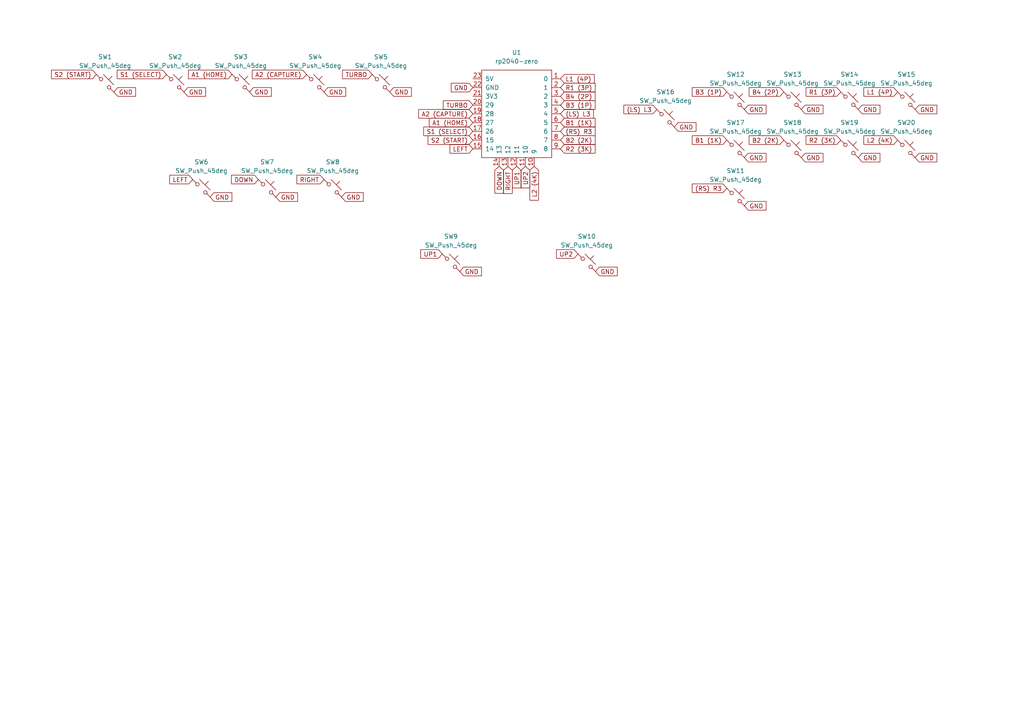
<source format=kicad_sch>
(kicad_sch
	(version 20231120)
	(generator "eeschema")
	(generator_version "8.0")
	(uuid "bcabddf8-aab0-4008-ade0-0508d757dc8d")
	(paper "A4")
	(lib_symbols
		(symbol "Switch:SW_Push_45deg"
			(pin_numbers hide)
			(pin_names
				(offset 1.016) hide)
			(exclude_from_sim no)
			(in_bom yes)
			(on_board yes)
			(property "Reference" "SW"
				(at 3.048 1.016 0)
				(effects
					(font
						(size 1.27 1.27)
					)
					(justify left)
				)
			)
			(property "Value" "SW_Push_45deg"
				(at 0 -3.81 0)
				(effects
					(font
						(size 1.27 1.27)
					)
				)
			)
			(property "Footprint" ""
				(at 0 0 0)
				(effects
					(font
						(size 1.27 1.27)
					)
					(hide yes)
				)
			)
			(property "Datasheet" "~"
				(at 0 0 0)
				(effects
					(font
						(size 1.27 1.27)
					)
					(hide yes)
				)
			)
			(property "Description" "Push button switch, normally open, two pins, 45° tilted"
				(at 0 0 0)
				(effects
					(font
						(size 1.27 1.27)
					)
					(hide yes)
				)
			)
			(property "ki_keywords" "switch normally-open pushbutton push-button"
				(at 0 0 0)
				(effects
					(font
						(size 1.27 1.27)
					)
					(hide yes)
				)
			)
			(symbol "SW_Push_45deg_0_1"
				(circle
					(center -1.1684 1.1684)
					(radius 0.508)
					(stroke
						(width 0)
						(type default)
					)
					(fill
						(type none)
					)
				)
				(polyline
					(pts
						(xy -0.508 2.54) (xy 2.54 -0.508)
					)
					(stroke
						(width 0)
						(type default)
					)
					(fill
						(type none)
					)
				)
				(polyline
					(pts
						(xy 1.016 1.016) (xy 2.032 2.032)
					)
					(stroke
						(width 0)
						(type default)
					)
					(fill
						(type none)
					)
				)
				(polyline
					(pts
						(xy -2.54 2.54) (xy -1.524 1.524) (xy -1.524 1.524)
					)
					(stroke
						(width 0)
						(type default)
					)
					(fill
						(type none)
					)
				)
				(polyline
					(pts
						(xy 1.524 -1.524) (xy 2.54 -2.54) (xy 2.54 -2.54) (xy 2.54 -2.54)
					)
					(stroke
						(width 0)
						(type default)
					)
					(fill
						(type none)
					)
				)
				(circle
					(center 1.143 -1.1938)
					(radius 0.508)
					(stroke
						(width 0)
						(type default)
					)
					(fill
						(type none)
					)
				)
				(pin passive line
					(at -2.54 2.54 0)
					(length 0)
					(name "1"
						(effects
							(font
								(size 1.27 1.27)
							)
						)
					)
					(number "1"
						(effects
							(font
								(size 1.27 1.27)
							)
						)
					)
				)
				(pin passive line
					(at 2.54 -2.54 180)
					(length 0)
					(name "2"
						(effects
							(font
								(size 1.27 1.27)
							)
						)
					)
					(number "2"
						(effects
							(font
								(size 1.27 1.27)
							)
						)
					)
				)
			)
		)
		(symbol "mcu:rp2040-zero"
			(pin_names
				(offset 1.016)
			)
			(exclude_from_sim no)
			(in_bom yes)
			(on_board yes)
			(property "Reference" "U"
				(at 0 15.24 0)
				(effects
					(font
						(size 1.27 1.27)
					)
				)
			)
			(property "Value" "rp2040-zero"
				(at 0 12.7 0)
				(effects
					(font
						(size 1.27 1.27)
					)
				)
			)
			(property "Footprint" ""
				(at -8.89 5.08 0)
				(effects
					(font
						(size 1.27 1.27)
					)
					(hide yes)
				)
			)
			(property "Datasheet" ""
				(at -8.89 5.08 0)
				(effects
					(font
						(size 1.27 1.27)
					)
					(hide yes)
				)
			)
			(property "Description" ""
				(at 0 0 0)
				(effects
					(font
						(size 1.27 1.27)
					)
					(hide yes)
				)
			)
			(symbol "rp2040-zero_0_1"
				(rectangle
					(start -10.16 11.43)
					(end 10.16 -13.97)
					(stroke
						(width 0)
						(type default)
					)
					(fill
						(type none)
					)
				)
			)
			(symbol "rp2040-zero_1_1"
				(pin bidirectional line
					(at 12.7 8.89 180)
					(length 2.54)
					(name "0"
						(effects
							(font
								(size 1.27 1.27)
							)
						)
					)
					(number "1"
						(effects
							(font
								(size 1.27 1.27)
							)
						)
					)
				)
				(pin bidirectional line
					(at 5.08 -16.51 90)
					(length 2.54)
					(name "9"
						(effects
							(font
								(size 1.27 1.27)
							)
						)
					)
					(number "10"
						(effects
							(font
								(size 1.27 1.27)
							)
						)
					)
				)
				(pin bidirectional line
					(at 2.54 -16.51 90)
					(length 2.54)
					(name "10"
						(effects
							(font
								(size 1.27 1.27)
							)
						)
					)
					(number "11"
						(effects
							(font
								(size 1.27 1.27)
							)
						)
					)
				)
				(pin bidirectional line
					(at 0 -16.51 90)
					(length 2.54)
					(name "11"
						(effects
							(font
								(size 1.27 1.27)
							)
						)
					)
					(number "12"
						(effects
							(font
								(size 1.27 1.27)
							)
						)
					)
				)
				(pin bidirectional line
					(at -2.54 -16.51 90)
					(length 2.54)
					(name "12"
						(effects
							(font
								(size 1.27 1.27)
							)
						)
					)
					(number "13"
						(effects
							(font
								(size 1.27 1.27)
							)
						)
					)
				)
				(pin bidirectional line
					(at -5.08 -16.51 90)
					(length 2.54)
					(name "13"
						(effects
							(font
								(size 1.27 1.27)
							)
						)
					)
					(number "14"
						(effects
							(font
								(size 1.27 1.27)
							)
						)
					)
				)
				(pin bidirectional line
					(at -12.7 -11.43 0)
					(length 2.54)
					(name "14"
						(effects
							(font
								(size 1.27 1.27)
							)
						)
					)
					(number "15"
						(effects
							(font
								(size 1.27 1.27)
							)
						)
					)
				)
				(pin bidirectional line
					(at -12.7 -8.89 0)
					(length 2.54)
					(name "15"
						(effects
							(font
								(size 1.27 1.27)
							)
						)
					)
					(number "16"
						(effects
							(font
								(size 1.27 1.27)
							)
						)
					)
				)
				(pin bidirectional line
					(at -12.7 -6.35 0)
					(length 2.54)
					(name "26"
						(effects
							(font
								(size 1.27 1.27)
							)
						)
					)
					(number "17"
						(effects
							(font
								(size 1.27 1.27)
							)
						)
					)
				)
				(pin bidirectional line
					(at -12.7 -3.81 0)
					(length 2.54)
					(name "27"
						(effects
							(font
								(size 1.27 1.27)
							)
						)
					)
					(number "18"
						(effects
							(font
								(size 1.27 1.27)
							)
						)
					)
				)
				(pin bidirectional line
					(at -12.7 -1.27 0)
					(length 2.54)
					(name "28"
						(effects
							(font
								(size 1.27 1.27)
							)
						)
					)
					(number "19"
						(effects
							(font
								(size 1.27 1.27)
							)
						)
					)
				)
				(pin bidirectional line
					(at 12.7 6.35 180)
					(length 2.54)
					(name "1"
						(effects
							(font
								(size 1.27 1.27)
							)
						)
					)
					(number "2"
						(effects
							(font
								(size 1.27 1.27)
							)
						)
					)
				)
				(pin bidirectional line
					(at -12.7 1.27 0)
					(length 2.54)
					(name "29"
						(effects
							(font
								(size 1.27 1.27)
							)
						)
					)
					(number "20"
						(effects
							(font
								(size 1.27 1.27)
							)
						)
					)
				)
				(pin power_out line
					(at -12.7 3.81 0)
					(length 2.54)
					(name "3V3"
						(effects
							(font
								(size 1.27 1.27)
							)
						)
					)
					(number "21"
						(effects
							(font
								(size 1.27 1.27)
							)
						)
					)
				)
				(pin power_out line
					(at -12.7 6.35 0)
					(length 2.54)
					(name "GND"
						(effects
							(font
								(size 1.27 1.27)
							)
						)
					)
					(number "22"
						(effects
							(font
								(size 1.27 1.27)
							)
						)
					)
				)
				(pin power_out line
					(at -12.7 8.89 0)
					(length 2.54)
					(name "5V"
						(effects
							(font
								(size 1.27 1.27)
							)
						)
					)
					(number "23"
						(effects
							(font
								(size 1.27 1.27)
							)
						)
					)
				)
				(pin bidirectional line
					(at 12.7 3.81 180)
					(length 2.54)
					(name "2"
						(effects
							(font
								(size 1.27 1.27)
							)
						)
					)
					(number "3"
						(effects
							(font
								(size 1.27 1.27)
							)
						)
					)
				)
				(pin bidirectional line
					(at 12.7 1.27 180)
					(length 2.54)
					(name "3"
						(effects
							(font
								(size 1.27 1.27)
							)
						)
					)
					(number "4"
						(effects
							(font
								(size 1.27 1.27)
							)
						)
					)
				)
				(pin bidirectional line
					(at 12.7 -1.27 180)
					(length 2.54)
					(name "4"
						(effects
							(font
								(size 1.27 1.27)
							)
						)
					)
					(number "5"
						(effects
							(font
								(size 1.27 1.27)
							)
						)
					)
				)
				(pin bidirectional line
					(at 12.7 -3.81 180)
					(length 2.54)
					(name "5"
						(effects
							(font
								(size 1.27 1.27)
							)
						)
					)
					(number "6"
						(effects
							(font
								(size 1.27 1.27)
							)
						)
					)
				)
				(pin bidirectional line
					(at 12.7 -6.35 180)
					(length 2.54)
					(name "6"
						(effects
							(font
								(size 1.27 1.27)
							)
						)
					)
					(number "7"
						(effects
							(font
								(size 1.27 1.27)
							)
						)
					)
				)
				(pin bidirectional line
					(at 12.7 -8.89 180)
					(length 2.54)
					(name "7"
						(effects
							(font
								(size 1.27 1.27)
							)
						)
					)
					(number "8"
						(effects
							(font
								(size 1.27 1.27)
							)
						)
					)
				)
				(pin bidirectional line
					(at 12.7 -11.43 180)
					(length 2.54)
					(name "8"
						(effects
							(font
								(size 1.27 1.27)
							)
						)
					)
					(number "9"
						(effects
							(font
								(size 1.27 1.27)
							)
						)
					)
				)
			)
		)
	)
	(global_label "GND"
		(shape input)
		(at 215.9 31.75 0)
		(fields_autoplaced yes)
		(effects
			(font
				(size 1.27 1.27)
			)
			(justify left)
		)
		(uuid "058b60c8-960d-4e43-8362-046b554c9428")
		(property "Intersheetrefs" "${INTERSHEET_REFS}"
			(at 222.6763 31.75 0)
			(effects
				(font
					(size 1.27 1.27)
				)
				(justify left)
				(hide yes)
			)
		)
	)
	(global_label "GND"
		(shape input)
		(at 248.92 45.72 0)
		(fields_autoplaced yes)
		(effects
			(font
				(size 1.27 1.27)
			)
			(justify left)
		)
		(uuid "097e9a2d-5b06-4a8b-9b0d-01319687491a")
		(property "Intersheetrefs" "${INTERSHEET_REFS}"
			(at 255.6963 45.72 0)
			(effects
				(font
					(size 1.27 1.27)
				)
				(justify left)
				(hide yes)
			)
		)
	)
	(global_label "B2 (2K)"
		(shape input)
		(at 227.33 40.64 180)
		(fields_autoplaced yes)
		(effects
			(font
				(size 1.27 1.27)
			)
			(justify right)
		)
		(uuid "0e61357b-89b6-45d0-8fff-b700671f3001")
		(property "Intersheetrefs" "${INTERSHEET_REFS}"
			(at 216.8042 40.64 0)
			(effects
				(font
					(size 1.27 1.27)
				)
				(justify right)
				(hide yes)
			)
		)
	)
	(global_label "TURBO"
		(shape input)
		(at 107.95 21.59 180)
		(fields_autoplaced yes)
		(effects
			(font
				(size 1.27 1.27)
			)
			(justify right)
		)
		(uuid "0fa03343-bf10-4fe1-ba46-187725e50884")
		(property "Intersheetrefs" "${INTERSHEET_REFS}"
			(at 98.8756 21.59 0)
			(effects
				(font
					(size 1.27 1.27)
				)
				(justify right)
				(hide yes)
			)
		)
	)
	(global_label "LEFT"
		(shape input)
		(at 55.88 52.07 180)
		(fields_autoplaced yes)
		(effects
			(font
				(size 1.27 1.27)
			)
			(justify right)
		)
		(uuid "11dd4a33-eaf8-4fd2-b289-c470d2587ce7")
		(property "Intersheetrefs" "${INTERSHEET_REFS}"
			(at 48.7409 52.07 0)
			(effects
				(font
					(size 1.27 1.27)
				)
				(justify right)
				(hide yes)
			)
		)
	)
	(global_label "L2 (4K)"
		(shape input)
		(at 260.35 40.64 180)
		(fields_autoplaced yes)
		(effects
			(font
				(size 1.27 1.27)
			)
			(justify right)
		)
		(uuid "14623d48-8b48-4b11-9386-ba8385bb5c73")
		(property "Intersheetrefs" "${INTERSHEET_REFS}"
			(at 250.0661 40.64 0)
			(effects
				(font
					(size 1.27 1.27)
				)
				(justify right)
				(hide yes)
			)
		)
	)
	(global_label "(LS) L3"
		(shape input)
		(at 190.5 31.75 180)
		(fields_autoplaced yes)
		(effects
			(font
				(size 1.27 1.27)
			)
			(justify right)
		)
		(uuid "1a8a2831-bccc-4861-a435-51828e575495")
		(property "Intersheetrefs" "${INTERSHEET_REFS}"
			(at 180.458 31.75 0)
			(effects
				(font
					(size 1.27 1.27)
				)
				(justify right)
				(hide yes)
			)
		)
	)
	(global_label "R2 (3K)"
		(shape input)
		(at 243.84 40.64 180)
		(fields_autoplaced yes)
		(effects
			(font
				(size 1.27 1.27)
			)
			(justify right)
		)
		(uuid "1c284fe6-cafc-4edf-9a00-366b4065e6d4")
		(property "Intersheetrefs" "${INTERSHEET_REFS}"
			(at 233.3142 40.64 0)
			(effects
				(font
					(size 1.27 1.27)
				)
				(justify right)
				(hide yes)
			)
		)
	)
	(global_label "UP1"
		(shape input)
		(at 149.86 48.26 270)
		(fields_autoplaced yes)
		(effects
			(font
				(size 1.27 1.27)
			)
			(justify right)
		)
		(uuid "1cd43764-664e-459b-96c1-4855e95073f0")
		(property "Intersheetrefs" "${INTERSHEET_REFS}"
			(at 149.86 55.0552 90)
			(effects
				(font
					(size 1.27 1.27)
				)
				(justify right)
				(hide yes)
			)
		)
	)
	(global_label "UP2"
		(shape input)
		(at 152.4 48.26 270)
		(fields_autoplaced yes)
		(effects
			(font
				(size 1.27 1.27)
			)
			(justify right)
		)
		(uuid "213c5a9f-7c86-4101-9bbc-94e00a998585")
		(property "Intersheetrefs" "${INTERSHEET_REFS}"
			(at 152.4 55.0552 90)
			(effects
				(font
					(size 1.27 1.27)
				)
				(justify right)
				(hide yes)
			)
		)
	)
	(global_label "(RS) R3"
		(shape input)
		(at 210.82 54.61 180)
		(fields_autoplaced yes)
		(effects
			(font
				(size 1.27 1.27)
			)
			(justify right)
		)
		(uuid "24883931-5033-4074-9721-b4b134ffab86")
		(property "Intersheetrefs" "${INTERSHEET_REFS}"
			(at 200.2942 54.61 0)
			(effects
				(font
					(size 1.27 1.27)
				)
				(justify right)
				(hide yes)
			)
		)
	)
	(global_label "S2 (START)"
		(shape input)
		(at 27.94 21.59 180)
		(fields_autoplaced yes)
		(effects
			(font
				(size 1.27 1.27)
			)
			(justify right)
		)
		(uuid "24992cea-c308-4858-b31e-f6bc46127e30")
		(property "Intersheetrefs" "${INTERSHEET_REFS}"
			(at 14.4509 21.59 0)
			(effects
				(font
					(size 1.27 1.27)
				)
				(justify right)
				(hide yes)
			)
		)
	)
	(global_label "GND"
		(shape input)
		(at 232.41 31.75 0)
		(fields_autoplaced yes)
		(effects
			(font
				(size 1.27 1.27)
			)
			(justify left)
		)
		(uuid "29c33e6b-a983-4cb4-afaf-e7e32cf76335")
		(property "Intersheetrefs" "${INTERSHEET_REFS}"
			(at 239.1863 31.75 0)
			(effects
				(font
					(size 1.27 1.27)
				)
				(justify left)
				(hide yes)
			)
		)
	)
	(global_label "GND"
		(shape input)
		(at 133.35 78.74 0)
		(fields_autoplaced yes)
		(effects
			(font
				(size 1.27 1.27)
			)
			(justify left)
		)
		(uuid "2ca26c06-d177-404f-a29b-cf7674f36eb0")
		(property "Intersheetrefs" "${INTERSHEET_REFS}"
			(at 140.1263 78.74 0)
			(effects
				(font
					(size 1.27 1.27)
				)
				(justify left)
				(hide yes)
			)
		)
	)
	(global_label "L1 (4P)"
		(shape input)
		(at 260.35 26.67 180)
		(fields_autoplaced yes)
		(effects
			(font
				(size 1.27 1.27)
			)
			(justify right)
		)
		(uuid "32cd6223-1d16-4985-b006-f773ac90c824")
		(property "Intersheetrefs" "${INTERSHEET_REFS}"
			(at 250.0661 26.67 0)
			(effects
				(font
					(size 1.27 1.27)
				)
				(justify right)
				(hide yes)
			)
		)
	)
	(global_label "DOWN"
		(shape input)
		(at 74.93 52.07 180)
		(fields_autoplaced yes)
		(effects
			(font
				(size 1.27 1.27)
			)
			(justify right)
		)
		(uuid "39fbc94a-84a5-4ac0-9546-717cdc7f7dd3")
		(property "Intersheetrefs" "${INTERSHEET_REFS}"
			(at 66.6418 52.07 0)
			(effects
				(font
					(size 1.27 1.27)
				)
				(justify right)
				(hide yes)
			)
		)
	)
	(global_label "(RS) R3"
		(shape input)
		(at 162.56 38.1 0)
		(fields_autoplaced yes)
		(effects
			(font
				(size 1.27 1.27)
			)
			(justify left)
		)
		(uuid "40453f62-6ec3-40a3-863c-5464fe52304f")
		(property "Intersheetrefs" "${INTERSHEET_REFS}"
			(at 173.0858 38.1 0)
			(effects
				(font
					(size 1.27 1.27)
				)
				(justify left)
				(hide yes)
			)
		)
	)
	(global_label "B1 (1K)"
		(shape input)
		(at 162.56 35.56 0)
		(fields_autoplaced yes)
		(effects
			(font
				(size 1.27 1.27)
			)
			(justify left)
		)
		(uuid "417d8ea9-6a7e-436f-86da-3f02a5f805bc")
		(property "Intersheetrefs" "${INTERSHEET_REFS}"
			(at 173.0858 35.56 0)
			(effects
				(font
					(size 1.27 1.27)
				)
				(justify left)
				(hide yes)
			)
		)
	)
	(global_label "GND"
		(shape input)
		(at 215.9 45.72 0)
		(fields_autoplaced yes)
		(effects
			(font
				(size 1.27 1.27)
			)
			(justify left)
		)
		(uuid "475cbb71-875a-4ccf-a578-a92dd71cd3e0")
		(property "Intersheetrefs" "${INTERSHEET_REFS}"
			(at 222.6763 45.72 0)
			(effects
				(font
					(size 1.27 1.27)
				)
				(justify left)
				(hide yes)
			)
		)
	)
	(global_label "R1 (3P)"
		(shape input)
		(at 243.84 26.67 180)
		(fields_autoplaced yes)
		(effects
			(font
				(size 1.27 1.27)
			)
			(justify right)
		)
		(uuid "47b74d1e-c6a5-4a6d-baa0-82466ebef9b1")
		(property "Intersheetrefs" "${INTERSHEET_REFS}"
			(at 233.3142 26.67 0)
			(effects
				(font
					(size 1.27 1.27)
				)
				(justify right)
				(hide yes)
			)
		)
	)
	(global_label "B4 (2P)"
		(shape input)
		(at 227.33 26.67 180)
		(fields_autoplaced yes)
		(effects
			(font
				(size 1.27 1.27)
			)
			(justify right)
		)
		(uuid "48f92810-d3a6-49ae-ba2c-62b0cb5687f0")
		(property "Intersheetrefs" "${INTERSHEET_REFS}"
			(at 216.8042 26.67 0)
			(effects
				(font
					(size 1.27 1.27)
				)
				(justify right)
				(hide yes)
			)
		)
	)
	(global_label "A1 (HOME)"
		(shape input)
		(at 137.16 35.56 180)
		(fields_autoplaced yes)
		(effects
			(font
				(size 1.27 1.27)
			)
			(justify right)
		)
		(uuid "511b78fe-daf9-46fa-86c9-580d5074fe53")
		(property "Intersheetrefs" "${INTERSHEET_REFS}"
			(at 123.9543 35.56 0)
			(effects
				(font
					(size 1.27 1.27)
				)
				(justify right)
				(hide yes)
			)
		)
	)
	(global_label "GND"
		(shape input)
		(at 248.92 31.75 0)
		(fields_autoplaced yes)
		(effects
			(font
				(size 1.27 1.27)
			)
			(justify left)
		)
		(uuid "51766613-d53f-428e-8cba-6b0c868ecf8f")
		(property "Intersheetrefs" "${INTERSHEET_REFS}"
			(at 255.6963 31.75 0)
			(effects
				(font
					(size 1.27 1.27)
				)
				(justify left)
				(hide yes)
			)
		)
	)
	(global_label "UP2"
		(shape input)
		(at 167.64 73.66 180)
		(fields_autoplaced yes)
		(effects
			(font
				(size 1.27 1.27)
			)
			(justify right)
		)
		(uuid "55d24cb8-b1a3-4365-9c47-4c9fb88f8b6c")
		(property "Intersheetrefs" "${INTERSHEET_REFS}"
			(at 160.8448 73.66 0)
			(effects
				(font
					(size 1.27 1.27)
				)
				(justify right)
				(hide yes)
			)
		)
	)
	(global_label "GND"
		(shape input)
		(at 232.41 45.72 0)
		(fields_autoplaced yes)
		(effects
			(font
				(size 1.27 1.27)
			)
			(justify left)
		)
		(uuid "58f0dda9-0bcd-473b-b361-2db8f8dff18b")
		(property "Intersheetrefs" "${INTERSHEET_REFS}"
			(at 239.1863 45.72 0)
			(effects
				(font
					(size 1.27 1.27)
				)
				(justify left)
				(hide yes)
			)
		)
	)
	(global_label "S1 (SELECT)"
		(shape input)
		(at 48.26 21.59 180)
		(fields_autoplaced yes)
		(effects
			(font
				(size 1.27 1.27)
			)
			(justify right)
		)
		(uuid "5df3cd9d-3e1f-44c5-8d37-b25146437ab3")
		(property "Intersheetrefs" "${INTERSHEET_REFS}"
			(at 33.501 21.59 0)
			(effects
				(font
					(size 1.27 1.27)
				)
				(justify right)
				(hide yes)
			)
		)
	)
	(global_label "GND"
		(shape input)
		(at 172.72 78.74 0)
		(fields_autoplaced yes)
		(effects
			(font
				(size 1.27 1.27)
			)
			(justify left)
		)
		(uuid "5f0c180d-24ab-450c-b345-1b3dc24466e3")
		(property "Intersheetrefs" "${INTERSHEET_REFS}"
			(at 179.4963 78.74 0)
			(effects
				(font
					(size 1.27 1.27)
				)
				(justify left)
				(hide yes)
			)
		)
	)
	(global_label "GND"
		(shape input)
		(at 60.96 57.15 0)
		(fields_autoplaced yes)
		(effects
			(font
				(size 1.27 1.27)
			)
			(justify left)
		)
		(uuid "6a3792ce-c50e-4143-9eca-27519cbf8e26")
		(property "Intersheetrefs" "${INTERSHEET_REFS}"
			(at 67.7363 57.15 0)
			(effects
				(font
					(size 1.27 1.27)
				)
				(justify left)
				(hide yes)
			)
		)
	)
	(global_label "L2 (4K)"
		(shape input)
		(at 154.94 48.26 270)
		(fields_autoplaced yes)
		(effects
			(font
				(size 1.27 1.27)
			)
			(justify right)
		)
		(uuid "6ab603f4-8214-439b-a7b8-a03299e7941f")
		(property "Intersheetrefs" "${INTERSHEET_REFS}"
			(at 154.94 58.5439 90)
			(effects
				(font
					(size 1.27 1.27)
				)
				(justify right)
				(hide yes)
			)
		)
	)
	(global_label "TURBO"
		(shape input)
		(at 137.16 30.48 180)
		(fields_autoplaced yes)
		(effects
			(font
				(size 1.27 1.27)
			)
			(justify right)
		)
		(uuid "6f9fda14-8fc7-40a6-b221-31e8ee9ebd89")
		(property "Intersheetrefs" "${INTERSHEET_REFS}"
			(at 128.0856 30.48 0)
			(effects
				(font
					(size 1.27 1.27)
				)
				(justify right)
				(hide yes)
			)
		)
	)
	(global_label "B3 (1P)"
		(shape input)
		(at 162.56 30.48 0)
		(fields_autoplaced yes)
		(effects
			(font
				(size 1.27 1.27)
			)
			(justify left)
		)
		(uuid "71178abf-d4ff-4ee4-8c1e-1c67ac9dd4c5")
		(property "Intersheetrefs" "${INTERSHEET_REFS}"
			(at 173.0858 30.48 0)
			(effects
				(font
					(size 1.27 1.27)
				)
				(justify left)
				(hide yes)
			)
		)
	)
	(global_label "GND"
		(shape input)
		(at 113.03 26.67 0)
		(fields_autoplaced yes)
		(effects
			(font
				(size 1.27 1.27)
			)
			(justify left)
		)
		(uuid "72a7ea9d-8356-40f5-b47f-d48d70b09a9e")
		(property "Intersheetrefs" "${INTERSHEET_REFS}"
			(at 119.8063 26.67 0)
			(effects
				(font
					(size 1.27 1.27)
				)
				(justify left)
				(hide yes)
			)
		)
	)
	(global_label "B4 (2P)"
		(shape input)
		(at 162.56 27.94 0)
		(fields_autoplaced yes)
		(effects
			(font
				(size 1.27 1.27)
			)
			(justify left)
		)
		(uuid "7708d666-fec5-4cef-908f-7cbca8303e60")
		(property "Intersheetrefs" "${INTERSHEET_REFS}"
			(at 173.0858 27.94 0)
			(effects
				(font
					(size 1.27 1.27)
				)
				(justify left)
				(hide yes)
			)
		)
	)
	(global_label "B2 (2K)"
		(shape input)
		(at 162.56 40.64 0)
		(fields_autoplaced yes)
		(effects
			(font
				(size 1.27 1.27)
			)
			(justify left)
		)
		(uuid "7843edcd-6776-4461-a0e8-e4639e5306f7")
		(property "Intersheetrefs" "${INTERSHEET_REFS}"
			(at 173.0858 40.64 0)
			(effects
				(font
					(size 1.27 1.27)
				)
				(justify left)
				(hide yes)
			)
		)
	)
	(global_label "(LS) L3"
		(shape input)
		(at 162.56 33.02 0)
		(fields_autoplaced yes)
		(effects
			(font
				(size 1.27 1.27)
			)
			(justify left)
		)
		(uuid "7aecbb2d-c5c1-4b60-be97-21e5aaacdbf3")
		(property "Intersheetrefs" "${INTERSHEET_REFS}"
			(at 172.602 33.02 0)
			(effects
				(font
					(size 1.27 1.27)
				)
				(justify left)
				(hide yes)
			)
		)
	)
	(global_label "UP1"
		(shape input)
		(at 128.27 73.66 180)
		(fields_autoplaced yes)
		(effects
			(font
				(size 1.27 1.27)
			)
			(justify right)
		)
		(uuid "7af974a5-8557-4e2a-a7af-4bbd2171697b")
		(property "Intersheetrefs" "${INTERSHEET_REFS}"
			(at 121.4748 73.66 0)
			(effects
				(font
					(size 1.27 1.27)
				)
				(justify right)
				(hide yes)
			)
		)
	)
	(global_label "GND"
		(shape input)
		(at 80.01 57.15 0)
		(fields_autoplaced yes)
		(effects
			(font
				(size 1.27 1.27)
			)
			(justify left)
		)
		(uuid "7f43a40e-a53e-45c1-89b8-8b7dbe2331dd")
		(property "Intersheetrefs" "${INTERSHEET_REFS}"
			(at 86.7863 57.15 0)
			(effects
				(font
					(size 1.27 1.27)
				)
				(justify left)
				(hide yes)
			)
		)
	)
	(global_label "DOWN"
		(shape input)
		(at 144.78 48.26 270)
		(fields_autoplaced yes)
		(effects
			(font
				(size 1.27 1.27)
			)
			(justify right)
		)
		(uuid "8d2a7247-8b3c-4b37-a676-9e94110032f8")
		(property "Intersheetrefs" "${INTERSHEET_REFS}"
			(at 144.78 56.5482 90)
			(effects
				(font
					(size 1.27 1.27)
				)
				(justify right)
				(hide yes)
			)
		)
	)
	(global_label "A1 (HOME)"
		(shape input)
		(at 67.31 21.59 180)
		(fields_autoplaced yes)
		(effects
			(font
				(size 1.27 1.27)
			)
			(justify right)
		)
		(uuid "8d8e01f8-52e3-4094-ad5b-64a9dbf2f95d")
		(property "Intersheetrefs" "${INTERSHEET_REFS}"
			(at 54.1043 21.59 0)
			(effects
				(font
					(size 1.27 1.27)
				)
				(justify right)
				(hide yes)
			)
		)
	)
	(global_label "RIGHT"
		(shape input)
		(at 147.32 48.26 270)
		(fields_autoplaced yes)
		(effects
			(font
				(size 1.27 1.27)
			)
			(justify right)
		)
		(uuid "921d542f-3b7d-4ae5-9bc5-27c4995e7ee7")
		(property "Intersheetrefs" "${INTERSHEET_REFS}"
			(at 147.32 56.6087 90)
			(effects
				(font
					(size 1.27 1.27)
				)
				(justify right)
				(hide yes)
			)
		)
	)
	(global_label "GND"
		(shape input)
		(at 215.9 59.69 0)
		(fields_autoplaced yes)
		(effects
			(font
				(size 1.27 1.27)
			)
			(justify left)
		)
		(uuid "9253bd6d-c157-4b7d-9006-22205d14ec55")
		(property "Intersheetrefs" "${INTERSHEET_REFS}"
			(at 222.6763 59.69 0)
			(effects
				(font
					(size 1.27 1.27)
				)
				(justify left)
				(hide yes)
			)
		)
	)
	(global_label "R2 (3K)"
		(shape input)
		(at 162.56 43.18 0)
		(fields_autoplaced yes)
		(effects
			(font
				(size 1.27 1.27)
			)
			(justify left)
		)
		(uuid "a09c16fd-d47f-49e0-adc8-43986d8edc40")
		(property "Intersheetrefs" "${INTERSHEET_REFS}"
			(at 173.0858 43.18 0)
			(effects
				(font
					(size 1.27 1.27)
				)
				(justify left)
				(hide yes)
			)
		)
	)
	(global_label "GND"
		(shape input)
		(at 195.58 36.83 0)
		(fields_autoplaced yes)
		(effects
			(font
				(size 1.27 1.27)
			)
			(justify left)
		)
		(uuid "a0cd55c6-19ea-4c10-b0f7-21bb2437cb0a")
		(property "Intersheetrefs" "${INTERSHEET_REFS}"
			(at 202.3563 36.83 0)
			(effects
				(font
					(size 1.27 1.27)
				)
				(justify left)
				(hide yes)
			)
		)
	)
	(global_label "GND"
		(shape input)
		(at 53.34 26.67 0)
		(fields_autoplaced yes)
		(effects
			(font
				(size 1.27 1.27)
			)
			(justify left)
		)
		(uuid "a2c64fd4-834a-41e1-91ea-6722fbbfaf39")
		(property "Intersheetrefs" "${INTERSHEET_REFS}"
			(at 60.1163 26.67 0)
			(effects
				(font
					(size 1.27 1.27)
				)
				(justify left)
				(hide yes)
			)
		)
	)
	(global_label "GND"
		(shape input)
		(at 99.06 57.15 0)
		(fields_autoplaced yes)
		(effects
			(font
				(size 1.27 1.27)
			)
			(justify left)
		)
		(uuid "a4990e7b-c41f-4872-96f4-af27ddeabac8")
		(property "Intersheetrefs" "${INTERSHEET_REFS}"
			(at 105.8363 57.15 0)
			(effects
				(font
					(size 1.27 1.27)
				)
				(justify left)
				(hide yes)
			)
		)
	)
	(global_label "GND"
		(shape input)
		(at 265.43 31.75 0)
		(fields_autoplaced yes)
		(effects
			(font
				(size 1.27 1.27)
			)
			(justify left)
		)
		(uuid "abddba1a-3c23-444e-bd75-911a017b0b1e")
		(property "Intersheetrefs" "${INTERSHEET_REFS}"
			(at 272.2063 31.75 0)
			(effects
				(font
					(size 1.27 1.27)
				)
				(justify left)
				(hide yes)
			)
		)
	)
	(global_label "R1 (3P)"
		(shape input)
		(at 162.56 25.4 0)
		(fields_autoplaced yes)
		(effects
			(font
				(size 1.27 1.27)
			)
			(justify left)
		)
		(uuid "acda2bc9-beac-440a-88ab-a07ac054c796")
		(property "Intersheetrefs" "${INTERSHEET_REFS}"
			(at 173.0858 25.4 0)
			(effects
				(font
					(size 1.27 1.27)
				)
				(justify left)
				(hide yes)
			)
		)
	)
	(global_label "LEFT"
		(shape input)
		(at 137.16 43.18 180)
		(fields_autoplaced yes)
		(effects
			(font
				(size 1.27 1.27)
			)
			(justify right)
		)
		(uuid "ae7687c1-ba86-414b-8ce0-b440f2802829")
		(property "Intersheetrefs" "${INTERSHEET_REFS}"
			(at 129.9415 43.18 0)
			(effects
				(font
					(size 1.27 1.27)
				)
				(justify right)
				(hide yes)
			)
		)
	)
	(global_label "B3 (1P)"
		(shape input)
		(at 210.82 26.67 180)
		(fields_autoplaced yes)
		(effects
			(font
				(size 1.27 1.27)
			)
			(justify right)
		)
		(uuid "b33a96ac-09fc-4016-97fc-cebb7ba35500")
		(property "Intersheetrefs" "${INTERSHEET_REFS}"
			(at 200.2942 26.67 0)
			(effects
				(font
					(size 1.27 1.27)
				)
				(justify right)
				(hide yes)
			)
		)
	)
	(global_label "A2 (CAPTURE)"
		(shape input)
		(at 88.9 21.59 180)
		(fields_autoplaced yes)
		(effects
			(font
				(size 1.27 1.27)
			)
			(justify right)
		)
		(uuid "b8e8c4d3-82c5-4bfc-b0a1-2f43fbf5158c")
		(property "Intersheetrefs" "${INTERSHEET_REFS}"
			(at 72.61 21.59 0)
			(effects
				(font
					(size 1.27 1.27)
				)
				(justify right)
				(hide yes)
			)
		)
	)
	(global_label "GND"
		(shape input)
		(at 93.98 26.67 0)
		(fields_autoplaced yes)
		(effects
			(font
				(size 1.27 1.27)
			)
			(justify left)
		)
		(uuid "bc36c342-f021-4e76-9ad6-54ebfb45dedd")
		(property "Intersheetrefs" "${INTERSHEET_REFS}"
			(at 100.7563 26.67 0)
			(effects
				(font
					(size 1.27 1.27)
				)
				(justify left)
				(hide yes)
			)
		)
	)
	(global_label "GND"
		(shape input)
		(at 33.02 26.67 0)
		(fields_autoplaced yes)
		(effects
			(font
				(size 1.27 1.27)
			)
			(justify left)
		)
		(uuid "c479cd4b-9a17-4ad1-aecd-13999ae4d327")
		(property "Intersheetrefs" "${INTERSHEET_REFS}"
			(at 39.7963 26.67 0)
			(effects
				(font
					(size 1.27 1.27)
				)
				(justify left)
				(hide yes)
			)
		)
	)
	(global_label "RIGHT"
		(shape input)
		(at 93.98 52.07 180)
		(fields_autoplaced yes)
		(effects
			(font
				(size 1.27 1.27)
			)
			(justify right)
		)
		(uuid "d5597d3f-0cef-4272-9ab4-1eace22a9f1e")
		(property "Intersheetrefs" "${INTERSHEET_REFS}"
			(at 85.6313 52.07 0)
			(effects
				(font
					(size 1.27 1.27)
				)
				(justify right)
				(hide yes)
			)
		)
	)
	(global_label "GND"
		(shape input)
		(at 265.43 45.72 0)
		(fields_autoplaced yes)
		(effects
			(font
				(size 1.27 1.27)
			)
			(justify left)
		)
		(uuid "dc9101b1-eeef-45da-97d5-d100084c4b86")
		(property "Intersheetrefs" "${INTERSHEET_REFS}"
			(at 272.2063 45.72 0)
			(effects
				(font
					(size 1.27 1.27)
				)
				(justify left)
				(hide yes)
			)
		)
	)
	(global_label "GND"
		(shape input)
		(at 137.16 25.4 180)
		(fields_autoplaced yes)
		(effects
			(font
				(size 1.27 1.27)
			)
			(justify right)
		)
		(uuid "de6c89fc-3b58-4708-9d23-c3915c49cdfc")
		(property "Intersheetrefs" "${INTERSHEET_REFS}"
			(at 130.3837 25.4 0)
			(effects
				(font
					(size 1.27 1.27)
				)
				(justify right)
				(hide yes)
			)
		)
	)
	(global_label "L1 (4P)"
		(shape input)
		(at 162.56 22.86 0)
		(fields_autoplaced yes)
		(effects
			(font
				(size 1.27 1.27)
			)
			(justify left)
		)
		(uuid "de8dd616-c5d9-42ea-8707-3f4fd65fca03")
		(property "Intersheetrefs" "${INTERSHEET_REFS}"
			(at 172.8439 22.86 0)
			(effects
				(font
					(size 1.27 1.27)
				)
				(justify left)
				(hide yes)
			)
		)
	)
	(global_label "S1 (SELECT)"
		(shape input)
		(at 137.16 38.1 180)
		(fields_autoplaced yes)
		(effects
			(font
				(size 1.27 1.27)
			)
			(justify right)
		)
		(uuid "dffb2f16-f3f6-4a2c-8bfd-d9b5f8a06fa1")
		(property "Intersheetrefs" "${INTERSHEET_REFS}"
			(at 122.401 38.1 0)
			(effects
				(font
					(size 1.27 1.27)
				)
				(justify right)
				(hide yes)
			)
		)
	)
	(global_label "GND"
		(shape input)
		(at 72.39 26.67 0)
		(fields_autoplaced yes)
		(effects
			(font
				(size 1.27 1.27)
			)
			(justify left)
		)
		(uuid "e5d0e584-dfc2-49b7-9b47-6ee50e0b0ff6")
		(property "Intersheetrefs" "${INTERSHEET_REFS}"
			(at 79.1663 26.67 0)
			(effects
				(font
					(size 1.27 1.27)
				)
				(justify left)
				(hide yes)
			)
		)
	)
	(global_label "S2 (START)"
		(shape input)
		(at 137.16 40.64 180)
		(fields_autoplaced yes)
		(effects
			(font
				(size 1.27 1.27)
			)
			(justify right)
		)
		(uuid "eddb9ee4-81e1-452a-8109-37f65e5f4b09")
		(property "Intersheetrefs" "${INTERSHEET_REFS}"
			(at 123.6709 40.64 0)
			(effects
				(font
					(size 1.27 1.27)
				)
				(justify right)
				(hide yes)
			)
		)
	)
	(global_label "B1 (1K)"
		(shape input)
		(at 210.82 40.64 180)
		(fields_autoplaced yes)
		(effects
			(font
				(size 1.27 1.27)
			)
			(justify right)
		)
		(uuid "f5402705-c670-43e0-81da-fb803daa7c3f")
		(property "Intersheetrefs" "${INTERSHEET_REFS}"
			(at 200.2942 40.64 0)
			(effects
				(font
					(size 1.27 1.27)
				)
				(justify right)
				(hide yes)
			)
		)
	)
	(global_label "A2 (CAPTURE)"
		(shape input)
		(at 137.16 33.02 180)
		(fields_autoplaced yes)
		(effects
			(font
				(size 1.27 1.27)
			)
			(justify right)
		)
		(uuid "fa52e0b6-d4fd-4dde-849b-ae0c4240c4bd")
		(property "Intersheetrefs" "${INTERSHEET_REFS}"
			(at 120.87 33.02 0)
			(effects
				(font
					(size 1.27 1.27)
				)
				(justify right)
				(hide yes)
			)
		)
	)
	(symbol
		(lib_id "Switch:SW_Push_45deg")
		(at 110.49 24.13 0)
		(unit 1)
		(exclude_from_sim no)
		(in_bom yes)
		(on_board yes)
		(dnp no)
		(uuid "2245fa78-6dcc-4aa7-b460-a1f4e1f8f879")
		(property "Reference" "SW5"
			(at 110.49 16.51 0)
			(effects
				(font
					(size 1.27 1.27)
				)
			)
		)
		(property "Value" "SW_Push_45deg"
			(at 110.49 19.05 0)
			(effects
				(font
					(size 1.27 1.27)
				)
			)
		)
		(property "Footprint" "keyswitches.pretty-master:Kailh_socket_PG1350"
			(at 110.49 24.13 0)
			(effects
				(font
					(size 1.27 1.27)
				)
				(hide yes)
			)
		)
		(property "Datasheet" "~"
			(at 110.49 24.13 0)
			(effects
				(font
					(size 1.27 1.27)
				)
				(hide yes)
			)
		)
		(property "Description" ""
			(at 110.49 24.13 0)
			(effects
				(font
					(size 1.27 1.27)
				)
				(hide yes)
			)
		)
		(pin "1"
			(uuid "4cfc7333-a00d-496b-86a9-2568872c0725")
		)
		(pin "2"
			(uuid "d39b53fe-f520-4342-b28e-c77a82dc5491")
		)
		(instances
			(project "triplejump"
				(path "/bcabddf8-aab0-4008-ade0-0508d757dc8d"
					(reference "SW5")
					(unit 1)
				)
			)
		)
	)
	(symbol
		(lib_id "mcu:rp2040-zero")
		(at 149.86 31.75 0)
		(unit 1)
		(exclude_from_sim no)
		(in_bom yes)
		(on_board yes)
		(dnp no)
		(fields_autoplaced yes)
		(uuid "29384be4-2e53-4783-9ac6-44d8f025cf2c")
		(property "Reference" "U1"
			(at 149.86 15.24 0)
			(effects
				(font
					(size 1.27 1.27)
				)
			)
		)
		(property "Value" "rp2040-zero"
			(at 149.86 17.78 0)
			(effects
				(font
					(size 1.27 1.27)
				)
			)
		)
		(property "Footprint" "mcu:rp2040-zero-tht"
			(at 140.97 26.67 0)
			(effects
				(font
					(size 1.27 1.27)
				)
				(hide yes)
			)
		)
		(property "Datasheet" ""
			(at 140.97 26.67 0)
			(effects
				(font
					(size 1.27 1.27)
				)
				(hide yes)
			)
		)
		(property "Description" ""
			(at 149.86 31.75 0)
			(effects
				(font
					(size 1.27 1.27)
				)
				(hide yes)
			)
		)
		(pin "1"
			(uuid "6fb02b1a-ec9e-4596-8a06-2ad2cce0bfc5")
		)
		(pin "10"
			(uuid "38975579-d63a-4cb0-9276-ecbc3913d6f3")
		)
		(pin "11"
			(uuid "b316c8ad-3c02-4424-825e-3fdf315b3324")
		)
		(pin "12"
			(uuid "f860db4b-c7e1-4813-8a20-cba76d315c87")
		)
		(pin "13"
			(uuid "d2b08a05-995f-41f4-9b3e-802d6332ab48")
		)
		(pin "14"
			(uuid "0de3f06a-9f03-418b-80d9-18a2f37d26db")
		)
		(pin "15"
			(uuid "412c9eeb-5cbf-4893-887b-89cb9d6dec78")
		)
		(pin "16"
			(uuid "0489a81a-c725-4a60-8504-7d49659249f5")
		)
		(pin "17"
			(uuid "552177a6-4c0c-434c-aca8-2aaaee9105b7")
		)
		(pin "18"
			(uuid "d2b7f235-f145-421f-8b84-279a287b2f6d")
		)
		(pin "19"
			(uuid "9a9a9d14-1a8e-42a2-b23d-1eeeee3bba0f")
		)
		(pin "2"
			(uuid "8d271f60-646e-4338-b5ae-2fe9a885751e")
		)
		(pin "20"
			(uuid "bbaf83f8-b5e0-48c1-a03a-abc05a62736a")
		)
		(pin "21"
			(uuid "8358fca4-22fd-43d6-bb6a-deca1d23f599")
		)
		(pin "22"
			(uuid "9488ab4d-010d-4ab8-8d1e-2acd5d6605f2")
		)
		(pin "23"
			(uuid "d7df2a04-094d-4a8a-ba33-83d6e20cdd97")
		)
		(pin "3"
			(uuid "d2219206-40da-423c-a690-6dc8451eaa76")
		)
		(pin "4"
			(uuid "d94f4bb7-da7b-4b1b-9f63-ebf716c2bdc4")
		)
		(pin "5"
			(uuid "fd502e99-7180-4450-a55b-ee4bb4b690b8")
		)
		(pin "6"
			(uuid "54a8ae61-9360-4911-bd6d-cb8d8281f80b")
		)
		(pin "7"
			(uuid "ab6a2e8a-5540-447e-ac36-056187e8071e")
		)
		(pin "8"
			(uuid "e34004e3-87f7-48ba-bdd5-64264e5f03db")
		)
		(pin "9"
			(uuid "360da4a2-82d2-4bab-bf68-52a91cd94f6f")
		)
		(instances
			(project "triplejump"
				(path "/bcabddf8-aab0-4008-ade0-0508d757dc8d"
					(reference "U1")
					(unit 1)
				)
			)
		)
	)
	(symbol
		(lib_id "Switch:SW_Push_45deg")
		(at 213.36 57.15 0)
		(unit 1)
		(exclude_from_sim no)
		(in_bom yes)
		(on_board yes)
		(dnp no)
		(fields_autoplaced yes)
		(uuid "29d1b584-fb55-4830-9362-a17470427824")
		(property "Reference" "SW11"
			(at 213.36 49.53 0)
			(effects
				(font
					(size 1.27 1.27)
				)
			)
		)
		(property "Value" "SW_Push_45deg"
			(at 213.36 52.07 0)
			(effects
				(font
					(size 1.27 1.27)
				)
			)
		)
		(property "Footprint" "keyswitches.pretty-master:Kailh_socket_PG1350"
			(at 213.36 57.15 0)
			(effects
				(font
					(size 1.27 1.27)
				)
				(hide yes)
			)
		)
		(property "Datasheet" "~"
			(at 213.36 57.15 0)
			(effects
				(font
					(size 1.27 1.27)
				)
				(hide yes)
			)
		)
		(property "Description" ""
			(at 213.36 57.15 0)
			(effects
				(font
					(size 1.27 1.27)
				)
				(hide yes)
			)
		)
		(pin "1"
			(uuid "338649e9-dde3-45db-90e8-132565083c31")
		)
		(pin "2"
			(uuid "12d280e3-10be-4b06-9e56-261e201594ff")
		)
		(instances
			(project "triplejump"
				(path "/bcabddf8-aab0-4008-ade0-0508d757dc8d"
					(reference "SW11")
					(unit 1)
				)
			)
		)
	)
	(symbol
		(lib_id "Switch:SW_Push_45deg")
		(at 193.04 34.29 0)
		(unit 1)
		(exclude_from_sim no)
		(in_bom yes)
		(on_board yes)
		(dnp no)
		(fields_autoplaced yes)
		(uuid "3a4d6667-b52a-469c-bc33-df881af729f8")
		(property "Reference" "SW16"
			(at 193.04 26.67 0)
			(effects
				(font
					(size 1.27 1.27)
				)
			)
		)
		(property "Value" "SW_Push_45deg"
			(at 193.04 29.21 0)
			(effects
				(font
					(size 1.27 1.27)
				)
			)
		)
		(property "Footprint" "keyswitches.pretty-master:Kailh_socket_PG1350"
			(at 193.04 34.29 0)
			(effects
				(font
					(size 1.27 1.27)
				)
				(hide yes)
			)
		)
		(property "Datasheet" "~"
			(at 193.04 34.29 0)
			(effects
				(font
					(size 1.27 1.27)
				)
				(hide yes)
			)
		)
		(property "Description" ""
			(at 193.04 34.29 0)
			(effects
				(font
					(size 1.27 1.27)
				)
				(hide yes)
			)
		)
		(pin "1"
			(uuid "731fa248-245e-45b4-9c54-a9898f938630")
		)
		(pin "2"
			(uuid "bee112b5-2097-4a8d-ab4b-55f2dcf84cf5")
		)
		(instances
			(project "triplejump"
				(path "/bcabddf8-aab0-4008-ade0-0508d757dc8d"
					(reference "SW16")
					(unit 1)
				)
			)
		)
	)
	(symbol
		(lib_id "Switch:SW_Push_45deg")
		(at 58.42 54.61 0)
		(unit 1)
		(exclude_from_sim no)
		(in_bom yes)
		(on_board yes)
		(dnp no)
		(fields_autoplaced yes)
		(uuid "7da588dc-d1b5-4a72-8729-e02d3156146a")
		(property "Reference" "SW6"
			(at 58.42 46.99 0)
			(effects
				(font
					(size 1.27 1.27)
				)
			)
		)
		(property "Value" "SW_Push_45deg"
			(at 58.42 49.53 0)
			(effects
				(font
					(size 1.27 1.27)
				)
			)
		)
		(property "Footprint" "keyswitches.pretty-master:Kailh_socket_PG1350"
			(at 58.42 54.61 0)
			(effects
				(font
					(size 1.27 1.27)
				)
				(hide yes)
			)
		)
		(property "Datasheet" "~"
			(at 58.42 54.61 0)
			(effects
				(font
					(size 1.27 1.27)
				)
				(hide yes)
			)
		)
		(property "Description" ""
			(at 58.42 54.61 0)
			(effects
				(font
					(size 1.27 1.27)
				)
				(hide yes)
			)
		)
		(pin "1"
			(uuid "1ecfc5f1-88e2-404d-8387-2e1508e8ed60")
		)
		(pin "2"
			(uuid "b190c64a-2eaf-4af4-9e67-14a7c2f5bf24")
		)
		(instances
			(project "triplejump"
				(path "/bcabddf8-aab0-4008-ade0-0508d757dc8d"
					(reference "SW6")
					(unit 1)
				)
			)
		)
	)
	(symbol
		(lib_id "Switch:SW_Push_45deg")
		(at 69.85 24.13 0)
		(unit 1)
		(exclude_from_sim no)
		(in_bom yes)
		(on_board yes)
		(dnp no)
		(fields_autoplaced yes)
		(uuid "838fb248-604e-401d-be49-5208e60f1824")
		(property "Reference" "SW3"
			(at 69.85 16.51 0)
			(effects
				(font
					(size 1.27 1.27)
				)
			)
		)
		(property "Value" "SW_Push_45deg"
			(at 69.85 19.05 0)
			(effects
				(font
					(size 1.27 1.27)
				)
			)
		)
		(property "Footprint" "Button_Switch_THT:SW_PUSH_6mm"
			(at 69.85 24.13 0)
			(effects
				(font
					(size 1.27 1.27)
				)
				(hide yes)
			)
		)
		(property "Datasheet" "~"
			(at 69.85 24.13 0)
			(effects
				(font
					(size 1.27 1.27)
				)
				(hide yes)
			)
		)
		(property "Description" ""
			(at 69.85 24.13 0)
			(effects
				(font
					(size 1.27 1.27)
				)
				(hide yes)
			)
		)
		(pin "1"
			(uuid "c2de7733-9d84-45dd-8cb2-0a45655ed68b")
		)
		(pin "2"
			(uuid "ea328be5-cb4c-4f1c-90c9-9983132cfa2c")
		)
		(instances
			(project "triplejump"
				(path "/bcabddf8-aab0-4008-ade0-0508d757dc8d"
					(reference "SW3")
					(unit 1)
				)
			)
		)
	)
	(symbol
		(lib_id "Switch:SW_Push_45deg")
		(at 77.47 54.61 0)
		(unit 1)
		(exclude_from_sim no)
		(in_bom yes)
		(on_board yes)
		(dnp no)
		(fields_autoplaced yes)
		(uuid "88fc7501-2fc6-4405-a191-6cc86024d230")
		(property "Reference" "SW7"
			(at 77.47 46.99 0)
			(effects
				(font
					(size 1.27 1.27)
				)
			)
		)
		(property "Value" "SW_Push_45deg"
			(at 77.47 49.53 0)
			(effects
				(font
					(size 1.27 1.27)
				)
			)
		)
		(property "Footprint" "keyswitches.pretty-master:Kailh_socket_PG1350"
			(at 77.47 54.61 0)
			(effects
				(font
					(size 1.27 1.27)
				)
				(hide yes)
			)
		)
		(property "Datasheet" "~"
			(at 77.47 54.61 0)
			(effects
				(font
					(size 1.27 1.27)
				)
				(hide yes)
			)
		)
		(property "Description" ""
			(at 77.47 54.61 0)
			(effects
				(font
					(size 1.27 1.27)
				)
				(hide yes)
			)
		)
		(pin "1"
			(uuid "8b511af7-0f21-41fe-b3b2-3f472147394b")
		)
		(pin "2"
			(uuid "ca878956-4cc0-45c1-a85e-7c031d60bb69")
		)
		(instances
			(project "triplejump"
				(path "/bcabddf8-aab0-4008-ade0-0508d757dc8d"
					(reference "SW7")
					(unit 1)
				)
			)
		)
	)
	(symbol
		(lib_id "Switch:SW_Push_45deg")
		(at 170.18 76.2 0)
		(unit 1)
		(exclude_from_sim no)
		(in_bom yes)
		(on_board yes)
		(dnp no)
		(fields_autoplaced yes)
		(uuid "8a034a8b-187e-40d4-b773-90e64245b405")
		(property "Reference" "SW10"
			(at 170.18 68.58 0)
			(effects
				(font
					(size 1.27 1.27)
				)
			)
		)
		(property "Value" "SW_Push_45deg"
			(at 170.18 71.12 0)
			(effects
				(font
					(size 1.27 1.27)
				)
			)
		)
		(property "Footprint" "keyswitches.pretty-master:Kailh_socket_PG1350"
			(at 170.18 76.2 0)
			(effects
				(font
					(size 1.27 1.27)
				)
				(hide yes)
			)
		)
		(property "Datasheet" "~"
			(at 170.18 76.2 0)
			(effects
				(font
					(size 1.27 1.27)
				)
				(hide yes)
			)
		)
		(property "Description" ""
			(at 170.18 76.2 0)
			(effects
				(font
					(size 1.27 1.27)
				)
				(hide yes)
			)
		)
		(pin "1"
			(uuid "6daac0ef-a4ce-43ca-892e-3e7050477f81")
		)
		(pin "2"
			(uuid "c189cd99-3eb3-46bb-870c-67bc3e4ea9e1")
		)
		(instances
			(project "triplejump"
				(path "/bcabddf8-aab0-4008-ade0-0508d757dc8d"
					(reference "SW10")
					(unit 1)
				)
			)
		)
	)
	(symbol
		(lib_id "Switch:SW_Push_45deg")
		(at 246.38 29.21 0)
		(unit 1)
		(exclude_from_sim no)
		(in_bom yes)
		(on_board yes)
		(dnp no)
		(fields_autoplaced yes)
		(uuid "95a05aed-554c-4a3e-83b2-cc018d1eab65")
		(property "Reference" "SW14"
			(at 246.38 21.59 0)
			(effects
				(font
					(size 1.27 1.27)
				)
			)
		)
		(property "Value" "SW_Push_45deg"
			(at 246.38 24.13 0)
			(effects
				(font
					(size 1.27 1.27)
				)
			)
		)
		(property "Footprint" "keyswitches.pretty-master:Kailh_socket_PG1350"
			(at 246.38 29.21 0)
			(effects
				(font
					(size 1.27 1.27)
				)
				(hide yes)
			)
		)
		(property "Datasheet" "~"
			(at 246.38 29.21 0)
			(effects
				(font
					(size 1.27 1.27)
				)
				(hide yes)
			)
		)
		(property "Description" ""
			(at 246.38 29.21 0)
			(effects
				(font
					(size 1.27 1.27)
				)
				(hide yes)
			)
		)
		(pin "1"
			(uuid "eab631c9-e247-4993-9e2f-81157a989623")
		)
		(pin "2"
			(uuid "442e5689-d056-4dba-a984-1533694c6793")
		)
		(instances
			(project "triplejump"
				(path "/bcabddf8-aab0-4008-ade0-0508d757dc8d"
					(reference "SW14")
					(unit 1)
				)
			)
		)
	)
	(symbol
		(lib_id "Switch:SW_Push_45deg")
		(at 91.44 24.13 0)
		(unit 1)
		(exclude_from_sim no)
		(in_bom yes)
		(on_board yes)
		(dnp no)
		(fields_autoplaced yes)
		(uuid "a2a79afb-4034-4fa6-8e63-e16ceca7268d")
		(property "Reference" "SW4"
			(at 91.44 16.51 0)
			(effects
				(font
					(size 1.27 1.27)
				)
			)
		)
		(property "Value" "SW_Push_45deg"
			(at 91.44 19.05 0)
			(effects
				(font
					(size 1.27 1.27)
				)
			)
		)
		(property "Footprint" "Button_Switch_THT:SW_PUSH_6mm"
			(at 91.44 24.13 0)
			(effects
				(font
					(size 1.27 1.27)
				)
				(hide yes)
			)
		)
		(property "Datasheet" "~"
			(at 91.44 24.13 0)
			(effects
				(font
					(size 1.27 1.27)
				)
				(hide yes)
			)
		)
		(property "Description" ""
			(at 91.44 24.13 0)
			(effects
				(font
					(size 1.27 1.27)
				)
				(hide yes)
			)
		)
		(pin "1"
			(uuid "9b72798f-dc83-49db-a7d7-469d67e00fb4")
		)
		(pin "2"
			(uuid "071204f3-2f50-426a-af12-200dc6df59f9")
		)
		(instances
			(project "triplejump"
				(path "/bcabddf8-aab0-4008-ade0-0508d757dc8d"
					(reference "SW4")
					(unit 1)
				)
			)
		)
	)
	(symbol
		(lib_id "Switch:SW_Push_45deg")
		(at 213.36 29.21 0)
		(unit 1)
		(exclude_from_sim no)
		(in_bom yes)
		(on_board yes)
		(dnp no)
		(fields_autoplaced yes)
		(uuid "a9313af2-190f-40d1-a313-e90f7d879e57")
		(property "Reference" "SW12"
			(at 213.36 21.59 0)
			(effects
				(font
					(size 1.27 1.27)
				)
			)
		)
		(property "Value" "SW_Push_45deg"
			(at 213.36 24.13 0)
			(effects
				(font
					(size 1.27 1.27)
				)
			)
		)
		(property "Footprint" "keyswitches.pretty-master:Kailh_socket_PG1350"
			(at 213.36 29.21 0)
			(effects
				(font
					(size 1.27 1.27)
				)
				(hide yes)
			)
		)
		(property "Datasheet" "~"
			(at 213.36 29.21 0)
			(effects
				(font
					(size 1.27 1.27)
				)
				(hide yes)
			)
		)
		(property "Description" ""
			(at 213.36 29.21 0)
			(effects
				(font
					(size 1.27 1.27)
				)
				(hide yes)
			)
		)
		(pin "1"
			(uuid "644bdc42-31a5-4cf2-9eee-0c78f6c97463")
		)
		(pin "2"
			(uuid "6a6e2753-8d67-4f84-b378-2f7d6173f701")
		)
		(instances
			(project "triplejump"
				(path "/bcabddf8-aab0-4008-ade0-0508d757dc8d"
					(reference "SW12")
					(unit 1)
				)
			)
		)
	)
	(symbol
		(lib_id "Switch:SW_Push_45deg")
		(at 229.87 29.21 0)
		(unit 1)
		(exclude_from_sim no)
		(in_bom yes)
		(on_board yes)
		(dnp no)
		(fields_autoplaced yes)
		(uuid "aa70f02a-29be-4d33-93be-fb289d5d9ad3")
		(property "Reference" "SW13"
			(at 229.87 21.59 0)
			(effects
				(font
					(size 1.27 1.27)
				)
			)
		)
		(property "Value" "SW_Push_45deg"
			(at 229.87 24.13 0)
			(effects
				(font
					(size 1.27 1.27)
				)
			)
		)
		(property "Footprint" "keyswitches.pretty-master:Kailh_socket_PG1350"
			(at 229.87 29.21 0)
			(effects
				(font
					(size 1.27 1.27)
				)
				(hide yes)
			)
		)
		(property "Datasheet" "~"
			(at 229.87 29.21 0)
			(effects
				(font
					(size 1.27 1.27)
				)
				(hide yes)
			)
		)
		(property "Description" ""
			(at 229.87 29.21 0)
			(effects
				(font
					(size 1.27 1.27)
				)
				(hide yes)
			)
		)
		(pin "1"
			(uuid "cd789940-7f0c-47ff-bb4f-9c3cd218d167")
		)
		(pin "2"
			(uuid "d2e1b9dc-d56b-457e-bce8-a08eb6a2b41a")
		)
		(instances
			(project "triplejump"
				(path "/bcabddf8-aab0-4008-ade0-0508d757dc8d"
					(reference "SW13")
					(unit 1)
				)
			)
		)
	)
	(symbol
		(lib_id "Switch:SW_Push_45deg")
		(at 229.87 43.18 0)
		(unit 1)
		(exclude_from_sim no)
		(in_bom yes)
		(on_board yes)
		(dnp no)
		(fields_autoplaced yes)
		(uuid "b60eb39f-a653-4f73-bcc8-9310ea6cd3ae")
		(property "Reference" "SW18"
			(at 229.87 35.56 0)
			(effects
				(font
					(size 1.27 1.27)
				)
			)
		)
		(property "Value" "SW_Push_45deg"
			(at 229.87 38.1 0)
			(effects
				(font
					(size 1.27 1.27)
				)
			)
		)
		(property "Footprint" "keyswitches.pretty-master:Kailh_socket_PG1350"
			(at 229.87 43.18 0)
			(effects
				(font
					(size 1.27 1.27)
				)
				(hide yes)
			)
		)
		(property "Datasheet" "~"
			(at 229.87 43.18 0)
			(effects
				(font
					(size 1.27 1.27)
				)
				(hide yes)
			)
		)
		(property "Description" ""
			(at 229.87 43.18 0)
			(effects
				(font
					(size 1.27 1.27)
				)
				(hide yes)
			)
		)
		(pin "1"
			(uuid "fed4ea3d-01c5-4398-a692-8248ed8eac95")
		)
		(pin "2"
			(uuid "56ca517f-c8c1-4221-bcb3-f662306d1f8a")
		)
		(instances
			(project "triplejump"
				(path "/bcabddf8-aab0-4008-ade0-0508d757dc8d"
					(reference "SW18")
					(unit 1)
				)
			)
		)
	)
	(symbol
		(lib_id "Switch:SW_Push_45deg")
		(at 213.36 43.18 0)
		(unit 1)
		(exclude_from_sim no)
		(in_bom yes)
		(on_board yes)
		(dnp no)
		(fields_autoplaced yes)
		(uuid "c2455030-6542-4f99-869d-1c52c3539d19")
		(property "Reference" "SW17"
			(at 213.36 35.56 0)
			(effects
				(font
					(size 1.27 1.27)
				)
			)
		)
		(property "Value" "SW_Push_45deg"
			(at 213.36 38.1 0)
			(effects
				(font
					(size 1.27 1.27)
				)
			)
		)
		(property "Footprint" "keyswitches.pretty-master:Kailh_socket_PG1350"
			(at 213.36 43.18 0)
			(effects
				(font
					(size 1.27 1.27)
				)
				(hide yes)
			)
		)
		(property "Datasheet" "~"
			(at 213.36 43.18 0)
			(effects
				(font
					(size 1.27 1.27)
				)
				(hide yes)
			)
		)
		(property "Description" ""
			(at 213.36 43.18 0)
			(effects
				(font
					(size 1.27 1.27)
				)
				(hide yes)
			)
		)
		(pin "1"
			(uuid "f975fe67-8675-4d66-9b85-c6256c3bd440")
		)
		(pin "2"
			(uuid "6ab9b044-18b2-43bc-a075-30f896049e71")
		)
		(instances
			(project "triplejump"
				(path "/bcabddf8-aab0-4008-ade0-0508d757dc8d"
					(reference "SW17")
					(unit 1)
				)
			)
		)
	)
	(symbol
		(lib_id "Switch:SW_Push_45deg")
		(at 262.89 29.21 0)
		(unit 1)
		(exclude_from_sim no)
		(in_bom yes)
		(on_board yes)
		(dnp no)
		(fields_autoplaced yes)
		(uuid "c6872780-aefc-4908-b739-92b9fe86c935")
		(property "Reference" "SW15"
			(at 262.89 21.59 0)
			(effects
				(font
					(size 1.27 1.27)
				)
			)
		)
		(property "Value" "SW_Push_45deg"
			(at 262.89 24.13 0)
			(effects
				(font
					(size 1.27 1.27)
				)
			)
		)
		(property "Footprint" "keyswitches.pretty-master:Kailh_socket_PG1350"
			(at 262.89 29.21 0)
			(effects
				(font
					(size 1.27 1.27)
				)
				(hide yes)
			)
		)
		(property "Datasheet" "~"
			(at 262.89 29.21 0)
			(effects
				(font
					(size 1.27 1.27)
				)
				(hide yes)
			)
		)
		(property "Description" ""
			(at 262.89 29.21 0)
			(effects
				(font
					(size 1.27 1.27)
				)
				(hide yes)
			)
		)
		(pin "1"
			(uuid "5b603e53-b9e2-4420-888c-c4aac55e7ea6")
		)
		(pin "2"
			(uuid "dff3667b-b78c-4c31-a8d4-c6220391c964")
		)
		(instances
			(project "triplejump"
				(path "/bcabddf8-aab0-4008-ade0-0508d757dc8d"
					(reference "SW15")
					(unit 1)
				)
			)
		)
	)
	(symbol
		(lib_id "Switch:SW_Push_45deg")
		(at 262.89 43.18 0)
		(unit 1)
		(exclude_from_sim no)
		(in_bom yes)
		(on_board yes)
		(dnp no)
		(fields_autoplaced yes)
		(uuid "c6efe847-c7f3-4484-afee-1e36a9147aa6")
		(property "Reference" "SW20"
			(at 262.89 35.56 0)
			(effects
				(font
					(size 1.27 1.27)
				)
			)
		)
		(property "Value" "SW_Push_45deg"
			(at 262.89 38.1 0)
			(effects
				(font
					(size 1.27 1.27)
				)
			)
		)
		(property "Footprint" "keyswitches.pretty-master:Kailh_socket_PG1350"
			(at 262.89 43.18 0)
			(effects
				(font
					(size 1.27 1.27)
				)
				(hide yes)
			)
		)
		(property "Datasheet" "~"
			(at 262.89 43.18 0)
			(effects
				(font
					(size 1.27 1.27)
				)
				(hide yes)
			)
		)
		(property "Description" ""
			(at 262.89 43.18 0)
			(effects
				(font
					(size 1.27 1.27)
				)
				(hide yes)
			)
		)
		(pin "1"
			(uuid "d7434fbd-62bf-4a8f-925d-b73d948699a5")
		)
		(pin "2"
			(uuid "4aa39178-1287-4aaa-8dc3-3f5cacfe42a5")
		)
		(instances
			(project "triplejump"
				(path "/bcabddf8-aab0-4008-ade0-0508d757dc8d"
					(reference "SW20")
					(unit 1)
				)
			)
		)
	)
	(symbol
		(lib_id "Switch:SW_Push_45deg")
		(at 30.48 24.13 0)
		(unit 1)
		(exclude_from_sim no)
		(in_bom yes)
		(on_board yes)
		(dnp no)
		(fields_autoplaced yes)
		(uuid "c903f368-6d34-40f4-8601-2d5ae27b5f48")
		(property "Reference" "SW1"
			(at 30.48 16.51 0)
			(effects
				(font
					(size 1.27 1.27)
				)
			)
		)
		(property "Value" "SW_Push_45deg"
			(at 30.48 19.05 0)
			(effects
				(font
					(size 1.27 1.27)
				)
			)
		)
		(property "Footprint" "Button_Switch_THT:SW_PUSH_6mm"
			(at 30.48 24.13 0)
			(effects
				(font
					(size 1.27 1.27)
				)
				(hide yes)
			)
		)
		(property "Datasheet" "~"
			(at 30.48 24.13 0)
			(effects
				(font
					(size 1.27 1.27)
				)
				(hide yes)
			)
		)
		(property "Description" ""
			(at 30.48 24.13 0)
			(effects
				(font
					(size 1.27 1.27)
				)
				(hide yes)
			)
		)
		(pin "1"
			(uuid "250b581b-808a-440c-83ed-5d33aa726738")
		)
		(pin "2"
			(uuid "c3c526b6-6552-42cf-ac15-6134a37d335d")
		)
		(instances
			(project "triplejump"
				(path "/bcabddf8-aab0-4008-ade0-0508d757dc8d"
					(reference "SW1")
					(unit 1)
				)
			)
		)
	)
	(symbol
		(lib_id "Switch:SW_Push_45deg")
		(at 50.8 24.13 0)
		(unit 1)
		(exclude_from_sim no)
		(in_bom yes)
		(on_board yes)
		(dnp no)
		(fields_autoplaced yes)
		(uuid "d8d8b551-00fa-4753-b819-3f75d021fb0e")
		(property "Reference" "SW2"
			(at 50.8 16.51 0)
			(effects
				(font
					(size 1.27 1.27)
				)
			)
		)
		(property "Value" "SW_Push_45deg"
			(at 50.8 19.05 0)
			(effects
				(font
					(size 1.27 1.27)
				)
			)
		)
		(property "Footprint" "Button_Switch_THT:SW_PUSH_6mm"
			(at 50.8 24.13 0)
			(effects
				(font
					(size 1.27 1.27)
				)
				(hide yes)
			)
		)
		(property "Datasheet" "~"
			(at 50.8 24.13 0)
			(effects
				(font
					(size 1.27 1.27)
				)
				(hide yes)
			)
		)
		(property "Description" ""
			(at 50.8 24.13 0)
			(effects
				(font
					(size 1.27 1.27)
				)
				(hide yes)
			)
		)
		(pin "1"
			(uuid "83712d2d-238e-4b9d-b1ec-8d99a4bf1911")
		)
		(pin "2"
			(uuid "ce1eecee-cf72-4131-bfc7-15dfe6d73712")
		)
		(instances
			(project "triplejump"
				(path "/bcabddf8-aab0-4008-ade0-0508d757dc8d"
					(reference "SW2")
					(unit 1)
				)
			)
		)
	)
	(symbol
		(lib_id "Switch:SW_Push_45deg")
		(at 130.81 76.2 0)
		(unit 1)
		(exclude_from_sim no)
		(in_bom yes)
		(on_board yes)
		(dnp no)
		(fields_autoplaced yes)
		(uuid "e17a9465-ccd0-4cb4-9876-20502f830f4c")
		(property "Reference" "SW9"
			(at 130.81 68.58 0)
			(effects
				(font
					(size 1.27 1.27)
				)
			)
		)
		(property "Value" "SW_Push_45deg"
			(at 130.81 71.12 0)
			(effects
				(font
					(size 1.27 1.27)
				)
			)
		)
		(property "Footprint" "keyswitches.pretty-master:Kailh_socket_PG1350"
			(at 130.81 76.2 0)
			(effects
				(font
					(size 1.27 1.27)
				)
				(hide yes)
			)
		)
		(property "Datasheet" "~"
			(at 130.81 76.2 0)
			(effects
				(font
					(size 1.27 1.27)
				)
				(hide yes)
			)
		)
		(property "Description" ""
			(at 130.81 76.2 0)
			(effects
				(font
					(size 1.27 1.27)
				)
				(hide yes)
			)
		)
		(pin "1"
			(uuid "1a2f1148-adf6-45e8-8e06-0c34ccf4013b")
		)
		(pin "2"
			(uuid "986ad648-b2ad-4712-819b-6ebdd119d26b")
		)
		(instances
			(project "triplejump"
				(path "/bcabddf8-aab0-4008-ade0-0508d757dc8d"
					(reference "SW9")
					(unit 1)
				)
			)
		)
	)
	(symbol
		(lib_id "Switch:SW_Push_45deg")
		(at 246.38 43.18 0)
		(unit 1)
		(exclude_from_sim no)
		(in_bom yes)
		(on_board yes)
		(dnp no)
		(fields_autoplaced yes)
		(uuid "e17d08bc-82f3-4cc1-bcf5-54536a364375")
		(property "Reference" "SW19"
			(at 246.38 35.56 0)
			(effects
				(font
					(size 1.27 1.27)
				)
			)
		)
		(property "Value" "SW_Push_45deg"
			(at 246.38 38.1 0)
			(effects
				(font
					(size 1.27 1.27)
				)
			)
		)
		(property "Footprint" "keyswitches.pretty-master:Kailh_socket_PG1350"
			(at 246.38 43.18 0)
			(effects
				(font
					(size 1.27 1.27)
				)
				(hide yes)
			)
		)
		(property "Datasheet" "~"
			(at 246.38 43.18 0)
			(effects
				(font
					(size 1.27 1.27)
				)
				(hide yes)
			)
		)
		(property "Description" ""
			(at 246.38 43.18 0)
			(effects
				(font
					(size 1.27 1.27)
				)
				(hide yes)
			)
		)
		(pin "1"
			(uuid "84adbc4b-979f-4cd3-8f26-077356f3201c")
		)
		(pin "2"
			(uuid "9314b681-0987-4ff9-8a31-430862a1b587")
		)
		(instances
			(project "triplejump"
				(path "/bcabddf8-aab0-4008-ade0-0508d757dc8d"
					(reference "SW19")
					(unit 1)
				)
			)
		)
	)
	(symbol
		(lib_id "Switch:SW_Push_45deg")
		(at 96.52 54.61 0)
		(unit 1)
		(exclude_from_sim no)
		(in_bom yes)
		(on_board yes)
		(dnp no)
		(fields_autoplaced yes)
		(uuid "ffa1e776-9f11-46e4-bbff-12acd1bfd17d")
		(property "Reference" "SW8"
			(at 96.52 46.99 0)
			(effects
				(font
					(size 1.27 1.27)
				)
			)
		)
		(property "Value" "SW_Push_45deg"
			(at 96.52 49.53 0)
			(effects
				(font
					(size 1.27 1.27)
				)
			)
		)
		(property "Footprint" "keyswitches.pretty-master:Kailh_socket_PG1350"
			(at 96.52 54.61 0)
			(effects
				(font
					(size 1.27 1.27)
				)
				(hide yes)
			)
		)
		(property "Datasheet" "~"
			(at 96.52 54.61 0)
			(effects
				(font
					(size 1.27 1.27)
				)
				(hide yes)
			)
		)
		(property "Description" ""
			(at 96.52 54.61 0)
			(effects
				(font
					(size 1.27 1.27)
				)
				(hide yes)
			)
		)
		(pin "1"
			(uuid "f3157c47-1605-43a8-a682-07d74ef569e2")
		)
		(pin "2"
			(uuid "e46f3a0e-70d8-4453-8784-b7bc8a269182")
		)
		(instances
			(project "triplejump"
				(path "/bcabddf8-aab0-4008-ade0-0508d757dc8d"
					(reference "SW8")
					(unit 1)
				)
			)
		)
	)
	(sheet_instances
		(path "/"
			(page "1")
		)
	)
)

</source>
